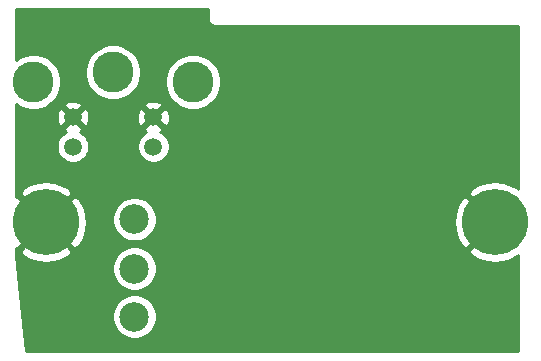
<source format=gbr>
G04 #@! TF.GenerationSoftware,KiCad,Pcbnew,(5.1.4)-1*
G04 #@! TF.CreationDate,2020-06-09T22:55:59+02:00*
G04 #@! TF.ProjectId,S-VHS ZX Spectrum Rev. B,532d5648-5320-45a5-9820-537065637472,rev?*
G04 #@! TF.SameCoordinates,Original*
G04 #@! TF.FileFunction,Copper,L2,Bot*
G04 #@! TF.FilePolarity,Positive*
%FSLAX46Y46*%
G04 Gerber Fmt 4.6, Leading zero omitted, Abs format (unit mm)*
G04 Created by KiCad (PCBNEW (5.1.4)-1) date 2020-06-09 22:55:59*
%MOMM*%
%LPD*%
G04 APERTURE LIST*
%ADD10C,1.500000*%
%ADD11C,3.465000*%
%ADD12C,5.600000*%
%ADD13C,2.499360*%
%ADD14C,0.800000*%
%ADD15C,0.254000*%
G04 APERTURE END LIST*
D10*
X141224000Y-93599000D03*
X148024000Y-93599000D03*
X141224000Y-96099000D03*
X148024000Y-96099000D03*
D11*
X137874000Y-90599000D03*
X144624000Y-89799000D03*
X151374000Y-90599000D03*
D12*
X138938000Y-102489000D03*
X176950000Y-102489000D03*
D13*
X146431000Y-102235000D03*
X146431000Y-106426000D03*
X146431000Y-110490000D03*
D14*
X159004000Y-88548100D03*
X167101200Y-88448900D03*
X166265000Y-93733200D03*
X170895000Y-104920100D03*
D15*
G36*
X152629000Y-85184580D02*
G01*
X152625807Y-85217000D01*
X152638550Y-85346383D01*
X152676290Y-85470793D01*
X152737575Y-85585450D01*
X152820052Y-85685948D01*
X152920550Y-85768425D01*
X153035207Y-85829710D01*
X153159617Y-85867450D01*
X153289000Y-85880193D01*
X153321419Y-85877000D01*
X178918000Y-85877000D01*
X178918001Y-99686069D01*
X178874692Y-99623823D01*
X178278741Y-99303388D01*
X177631727Y-99105374D01*
X176958516Y-99037390D01*
X176284977Y-99102051D01*
X175636994Y-99296870D01*
X175039470Y-99614361D01*
X175025308Y-99623823D01*
X174713124Y-100072519D01*
X176950000Y-102309395D01*
X176964143Y-102295253D01*
X177143748Y-102474858D01*
X177129605Y-102489000D01*
X177143748Y-102503143D01*
X176964143Y-102682748D01*
X176950000Y-102668605D01*
X174713124Y-104905481D01*
X175025308Y-105354177D01*
X175621259Y-105674612D01*
X176268273Y-105872626D01*
X176941484Y-105940610D01*
X177615023Y-105875949D01*
X178263006Y-105681130D01*
X178860530Y-105363639D01*
X178874692Y-105354177D01*
X178918001Y-105291930D01*
X178918001Y-113386000D01*
X137248430Y-113386000D01*
X136935802Y-110304375D01*
X144546320Y-110304375D01*
X144546320Y-110675625D01*
X144618747Y-111039741D01*
X144760818Y-111382731D01*
X144967074Y-111691413D01*
X145229587Y-111953926D01*
X145538269Y-112160182D01*
X145881259Y-112302253D01*
X146245375Y-112374680D01*
X146616625Y-112374680D01*
X146980741Y-112302253D01*
X147323731Y-112160182D01*
X147632413Y-111953926D01*
X147894926Y-111691413D01*
X148101182Y-111382731D01*
X148243253Y-111039741D01*
X148315680Y-110675625D01*
X148315680Y-110304375D01*
X148243253Y-109940259D01*
X148101182Y-109597269D01*
X147894926Y-109288587D01*
X147632413Y-109026074D01*
X147323731Y-108819818D01*
X146980741Y-108677747D01*
X146616625Y-108605320D01*
X146245375Y-108605320D01*
X145881259Y-108677747D01*
X145538269Y-108819818D01*
X145229587Y-109026074D01*
X144967074Y-109288587D01*
X144760818Y-109597269D01*
X144618747Y-109940259D01*
X144546320Y-110304375D01*
X136935802Y-110304375D01*
X136523513Y-106240375D01*
X144546320Y-106240375D01*
X144546320Y-106611625D01*
X144618747Y-106975741D01*
X144760818Y-107318731D01*
X144967074Y-107627413D01*
X145229587Y-107889926D01*
X145538269Y-108096182D01*
X145881259Y-108238253D01*
X146245375Y-108310680D01*
X146616625Y-108310680D01*
X146980741Y-108238253D01*
X147323731Y-108096182D01*
X147632413Y-107889926D01*
X147894926Y-107627413D01*
X148101182Y-107318731D01*
X148243253Y-106975741D01*
X148315680Y-106611625D01*
X148315680Y-106240375D01*
X148243253Y-105876259D01*
X148101182Y-105533269D01*
X147894926Y-105224587D01*
X147632413Y-104962074D01*
X147323731Y-104755818D01*
X146980741Y-104613747D01*
X146616625Y-104541320D01*
X146245375Y-104541320D01*
X145881259Y-104613747D01*
X145538269Y-104755818D01*
X145229587Y-104962074D01*
X144967074Y-105224587D01*
X144760818Y-105533269D01*
X144618747Y-105876259D01*
X144546320Y-106240375D01*
X136523513Y-106240375D01*
X136423000Y-105249613D01*
X136423000Y-104905481D01*
X136701124Y-104905481D01*
X137013308Y-105354177D01*
X137609259Y-105674612D01*
X138256273Y-105872626D01*
X138929484Y-105940610D01*
X139603023Y-105875949D01*
X140251006Y-105681130D01*
X140848530Y-105363639D01*
X140862692Y-105354177D01*
X141174876Y-104905481D01*
X138938000Y-102668605D01*
X136701124Y-104905481D01*
X136423000Y-104905481D01*
X136423000Y-104657331D01*
X136521519Y-104725876D01*
X138758395Y-102489000D01*
X139117605Y-102489000D01*
X141354481Y-104725876D01*
X141803177Y-104413692D01*
X142123612Y-103817741D01*
X142321626Y-103170727D01*
X142389610Y-102497516D01*
X142346588Y-102049375D01*
X144546320Y-102049375D01*
X144546320Y-102420625D01*
X144618747Y-102784741D01*
X144760818Y-103127731D01*
X144967074Y-103436413D01*
X145229587Y-103698926D01*
X145538269Y-103905182D01*
X145881259Y-104047253D01*
X146245375Y-104119680D01*
X146616625Y-104119680D01*
X146980741Y-104047253D01*
X147323731Y-103905182D01*
X147632413Y-103698926D01*
X147894926Y-103436413D01*
X148101182Y-103127731D01*
X148243253Y-102784741D01*
X148303773Y-102480484D01*
X173498390Y-102480484D01*
X173563051Y-103154023D01*
X173757870Y-103802006D01*
X174075361Y-104399530D01*
X174084823Y-104413692D01*
X174533519Y-104725876D01*
X176770395Y-102489000D01*
X174533519Y-100252124D01*
X174084823Y-100564308D01*
X173764388Y-101160259D01*
X173566374Y-101807273D01*
X173498390Y-102480484D01*
X148303773Y-102480484D01*
X148315680Y-102420625D01*
X148315680Y-102049375D01*
X148243253Y-101685259D01*
X148101182Y-101342269D01*
X147894926Y-101033587D01*
X147632413Y-100771074D01*
X147323731Y-100564818D01*
X146980741Y-100422747D01*
X146616625Y-100350320D01*
X146245375Y-100350320D01*
X145881259Y-100422747D01*
X145538269Y-100564818D01*
X145229587Y-100771074D01*
X144967074Y-101033587D01*
X144760818Y-101342269D01*
X144618747Y-101685259D01*
X144546320Y-102049375D01*
X142346588Y-102049375D01*
X142324949Y-101823977D01*
X142130130Y-101175994D01*
X141812639Y-100578470D01*
X141803177Y-100564308D01*
X141354481Y-100252124D01*
X139117605Y-102489000D01*
X138758395Y-102489000D01*
X136521519Y-100252124D01*
X136423000Y-100320669D01*
X136423000Y-100072519D01*
X136701124Y-100072519D01*
X138938000Y-102309395D01*
X141174876Y-100072519D01*
X140862692Y-99623823D01*
X140266741Y-99303388D01*
X139619727Y-99105374D01*
X138946516Y-99037390D01*
X138272977Y-99102051D01*
X137624994Y-99296870D01*
X137027470Y-99614361D01*
X137013308Y-99623823D01*
X136701124Y-100072519D01*
X136423000Y-100072519D01*
X136423000Y-95962589D01*
X139839000Y-95962589D01*
X139839000Y-96235411D01*
X139892225Y-96502989D01*
X139996629Y-96755043D01*
X140148201Y-96981886D01*
X140341114Y-97174799D01*
X140567957Y-97326371D01*
X140820011Y-97430775D01*
X141087589Y-97484000D01*
X141360411Y-97484000D01*
X141627989Y-97430775D01*
X141880043Y-97326371D01*
X142106886Y-97174799D01*
X142299799Y-96981886D01*
X142451371Y-96755043D01*
X142555775Y-96502989D01*
X142609000Y-96235411D01*
X142609000Y-95962589D01*
X146639000Y-95962589D01*
X146639000Y-96235411D01*
X146692225Y-96502989D01*
X146796629Y-96755043D01*
X146948201Y-96981886D01*
X147141114Y-97174799D01*
X147367957Y-97326371D01*
X147620011Y-97430775D01*
X147887589Y-97484000D01*
X148160411Y-97484000D01*
X148427989Y-97430775D01*
X148680043Y-97326371D01*
X148906886Y-97174799D01*
X149099799Y-96981886D01*
X149251371Y-96755043D01*
X149355775Y-96502989D01*
X149409000Y-96235411D01*
X149409000Y-95962589D01*
X149355775Y-95695011D01*
X149251371Y-95442957D01*
X149099799Y-95216114D01*
X148906886Y-95023201D01*
X148680043Y-94871629D01*
X148630574Y-94851139D01*
X148735863Y-94794860D01*
X148801388Y-94555993D01*
X148024000Y-93778605D01*
X147246612Y-94555993D01*
X147312137Y-94794860D01*
X147425201Y-94847918D01*
X147367957Y-94871629D01*
X147141114Y-95023201D01*
X146948201Y-95216114D01*
X146796629Y-95442957D01*
X146692225Y-95695011D01*
X146639000Y-95962589D01*
X142609000Y-95962589D01*
X142555775Y-95695011D01*
X142451371Y-95442957D01*
X142299799Y-95216114D01*
X142106886Y-95023201D01*
X141880043Y-94871629D01*
X141830574Y-94851139D01*
X141935863Y-94794860D01*
X142001388Y-94555993D01*
X141224000Y-93778605D01*
X140446612Y-94555993D01*
X140512137Y-94794860D01*
X140625201Y-94847918D01*
X140567957Y-94871629D01*
X140341114Y-95023201D01*
X140148201Y-95216114D01*
X139996629Y-95442957D01*
X139892225Y-95695011D01*
X139839000Y-95962589D01*
X136423000Y-95962589D01*
X136423000Y-93671492D01*
X139834188Y-93671492D01*
X139875035Y-93941238D01*
X139967723Y-94197832D01*
X140028140Y-94310863D01*
X140267007Y-94376388D01*
X141044395Y-93599000D01*
X141403605Y-93599000D01*
X142180993Y-94376388D01*
X142419860Y-94310863D01*
X142535760Y-94063884D01*
X142601250Y-93799040D01*
X142607129Y-93671492D01*
X146634188Y-93671492D01*
X146675035Y-93941238D01*
X146767723Y-94197832D01*
X146828140Y-94310863D01*
X147067007Y-94376388D01*
X147844395Y-93599000D01*
X148203605Y-93599000D01*
X148980993Y-94376388D01*
X149219860Y-94310863D01*
X149335760Y-94063884D01*
X149401250Y-93799040D01*
X149413812Y-93526508D01*
X149372965Y-93256762D01*
X149280277Y-93000168D01*
X149219860Y-92887137D01*
X148980993Y-92821612D01*
X148203605Y-93599000D01*
X147844395Y-93599000D01*
X147067007Y-92821612D01*
X146828140Y-92887137D01*
X146712240Y-93134116D01*
X146646750Y-93398960D01*
X146634188Y-93671492D01*
X142607129Y-93671492D01*
X142613812Y-93526508D01*
X142572965Y-93256762D01*
X142480277Y-93000168D01*
X142419860Y-92887137D01*
X142180993Y-92821612D01*
X141403605Y-93599000D01*
X141044395Y-93599000D01*
X140267007Y-92821612D01*
X140028140Y-92887137D01*
X139912240Y-93134116D01*
X139846750Y-93398960D01*
X139834188Y-93671492D01*
X136423000Y-93671492D01*
X136423000Y-92476840D01*
X136752568Y-92697051D01*
X137183426Y-92875518D01*
X137640822Y-92966500D01*
X138107178Y-92966500D01*
X138564574Y-92875518D01*
X138995432Y-92697051D01*
X139077811Y-92642007D01*
X140446612Y-92642007D01*
X141224000Y-93419395D01*
X142001388Y-92642007D01*
X147246612Y-92642007D01*
X148024000Y-93419395D01*
X148801388Y-92642007D01*
X148735863Y-92403140D01*
X148488884Y-92287240D01*
X148224040Y-92221750D01*
X147951508Y-92209188D01*
X147681762Y-92250035D01*
X147425168Y-92342723D01*
X147312137Y-92403140D01*
X147246612Y-92642007D01*
X142001388Y-92642007D01*
X141935863Y-92403140D01*
X141688884Y-92287240D01*
X141424040Y-92221750D01*
X141151508Y-92209188D01*
X140881762Y-92250035D01*
X140625168Y-92342723D01*
X140512137Y-92403140D01*
X140446612Y-92642007D01*
X139077811Y-92642007D01*
X139383193Y-92437957D01*
X139712957Y-92108193D01*
X139972051Y-91720432D01*
X140150518Y-91289574D01*
X140241500Y-90832178D01*
X140241500Y-90365822D01*
X140150518Y-89908426D01*
X140008607Y-89565822D01*
X142256500Y-89565822D01*
X142256500Y-90032178D01*
X142347482Y-90489574D01*
X142525949Y-90920432D01*
X142785043Y-91308193D01*
X143114807Y-91637957D01*
X143502568Y-91897051D01*
X143933426Y-92075518D01*
X144390822Y-92166500D01*
X144857178Y-92166500D01*
X145314574Y-92075518D01*
X145745432Y-91897051D01*
X146133193Y-91637957D01*
X146462957Y-91308193D01*
X146722051Y-90920432D01*
X146900518Y-90489574D01*
X146925133Y-90365822D01*
X149006500Y-90365822D01*
X149006500Y-90832178D01*
X149097482Y-91289574D01*
X149275949Y-91720432D01*
X149535043Y-92108193D01*
X149864807Y-92437957D01*
X150252568Y-92697051D01*
X150683426Y-92875518D01*
X151140822Y-92966500D01*
X151607178Y-92966500D01*
X152064574Y-92875518D01*
X152495432Y-92697051D01*
X152883193Y-92437957D01*
X153212957Y-92108193D01*
X153472051Y-91720432D01*
X153650518Y-91289574D01*
X153741500Y-90832178D01*
X153741500Y-90365822D01*
X153650518Y-89908426D01*
X153472051Y-89477568D01*
X153212957Y-89089807D01*
X152883193Y-88760043D01*
X152495432Y-88500949D01*
X152064574Y-88322482D01*
X151607178Y-88231500D01*
X151140822Y-88231500D01*
X150683426Y-88322482D01*
X150252568Y-88500949D01*
X149864807Y-88760043D01*
X149535043Y-89089807D01*
X149275949Y-89477568D01*
X149097482Y-89908426D01*
X149006500Y-90365822D01*
X146925133Y-90365822D01*
X146991500Y-90032178D01*
X146991500Y-89565822D01*
X146900518Y-89108426D01*
X146722051Y-88677568D01*
X146462957Y-88289807D01*
X146133193Y-87960043D01*
X145745432Y-87700949D01*
X145314574Y-87522482D01*
X144857178Y-87431500D01*
X144390822Y-87431500D01*
X143933426Y-87522482D01*
X143502568Y-87700949D01*
X143114807Y-87960043D01*
X142785043Y-88289807D01*
X142525949Y-88677568D01*
X142347482Y-89108426D01*
X142256500Y-89565822D01*
X140008607Y-89565822D01*
X139972051Y-89477568D01*
X139712957Y-89089807D01*
X139383193Y-88760043D01*
X138995432Y-88500949D01*
X138564574Y-88322482D01*
X138107178Y-88231500D01*
X137640822Y-88231500D01*
X137183426Y-88322482D01*
X136752568Y-88500949D01*
X136423000Y-88721160D01*
X136423000Y-84480000D01*
X152629001Y-84480000D01*
X152629000Y-85184580D01*
X152629000Y-85184580D01*
G37*
X152629000Y-85184580D02*
X152625807Y-85217000D01*
X152638550Y-85346383D01*
X152676290Y-85470793D01*
X152737575Y-85585450D01*
X152820052Y-85685948D01*
X152920550Y-85768425D01*
X153035207Y-85829710D01*
X153159617Y-85867450D01*
X153289000Y-85880193D01*
X153321419Y-85877000D01*
X178918000Y-85877000D01*
X178918001Y-99686069D01*
X178874692Y-99623823D01*
X178278741Y-99303388D01*
X177631727Y-99105374D01*
X176958516Y-99037390D01*
X176284977Y-99102051D01*
X175636994Y-99296870D01*
X175039470Y-99614361D01*
X175025308Y-99623823D01*
X174713124Y-100072519D01*
X176950000Y-102309395D01*
X176964143Y-102295253D01*
X177143748Y-102474858D01*
X177129605Y-102489000D01*
X177143748Y-102503143D01*
X176964143Y-102682748D01*
X176950000Y-102668605D01*
X174713124Y-104905481D01*
X175025308Y-105354177D01*
X175621259Y-105674612D01*
X176268273Y-105872626D01*
X176941484Y-105940610D01*
X177615023Y-105875949D01*
X178263006Y-105681130D01*
X178860530Y-105363639D01*
X178874692Y-105354177D01*
X178918001Y-105291930D01*
X178918001Y-113386000D01*
X137248430Y-113386000D01*
X136935802Y-110304375D01*
X144546320Y-110304375D01*
X144546320Y-110675625D01*
X144618747Y-111039741D01*
X144760818Y-111382731D01*
X144967074Y-111691413D01*
X145229587Y-111953926D01*
X145538269Y-112160182D01*
X145881259Y-112302253D01*
X146245375Y-112374680D01*
X146616625Y-112374680D01*
X146980741Y-112302253D01*
X147323731Y-112160182D01*
X147632413Y-111953926D01*
X147894926Y-111691413D01*
X148101182Y-111382731D01*
X148243253Y-111039741D01*
X148315680Y-110675625D01*
X148315680Y-110304375D01*
X148243253Y-109940259D01*
X148101182Y-109597269D01*
X147894926Y-109288587D01*
X147632413Y-109026074D01*
X147323731Y-108819818D01*
X146980741Y-108677747D01*
X146616625Y-108605320D01*
X146245375Y-108605320D01*
X145881259Y-108677747D01*
X145538269Y-108819818D01*
X145229587Y-109026074D01*
X144967074Y-109288587D01*
X144760818Y-109597269D01*
X144618747Y-109940259D01*
X144546320Y-110304375D01*
X136935802Y-110304375D01*
X136523513Y-106240375D01*
X144546320Y-106240375D01*
X144546320Y-106611625D01*
X144618747Y-106975741D01*
X144760818Y-107318731D01*
X144967074Y-107627413D01*
X145229587Y-107889926D01*
X145538269Y-108096182D01*
X145881259Y-108238253D01*
X146245375Y-108310680D01*
X146616625Y-108310680D01*
X146980741Y-108238253D01*
X147323731Y-108096182D01*
X147632413Y-107889926D01*
X147894926Y-107627413D01*
X148101182Y-107318731D01*
X148243253Y-106975741D01*
X148315680Y-106611625D01*
X148315680Y-106240375D01*
X148243253Y-105876259D01*
X148101182Y-105533269D01*
X147894926Y-105224587D01*
X147632413Y-104962074D01*
X147323731Y-104755818D01*
X146980741Y-104613747D01*
X146616625Y-104541320D01*
X146245375Y-104541320D01*
X145881259Y-104613747D01*
X145538269Y-104755818D01*
X145229587Y-104962074D01*
X144967074Y-105224587D01*
X144760818Y-105533269D01*
X144618747Y-105876259D01*
X144546320Y-106240375D01*
X136523513Y-106240375D01*
X136423000Y-105249613D01*
X136423000Y-104905481D01*
X136701124Y-104905481D01*
X137013308Y-105354177D01*
X137609259Y-105674612D01*
X138256273Y-105872626D01*
X138929484Y-105940610D01*
X139603023Y-105875949D01*
X140251006Y-105681130D01*
X140848530Y-105363639D01*
X140862692Y-105354177D01*
X141174876Y-104905481D01*
X138938000Y-102668605D01*
X136701124Y-104905481D01*
X136423000Y-104905481D01*
X136423000Y-104657331D01*
X136521519Y-104725876D01*
X138758395Y-102489000D01*
X139117605Y-102489000D01*
X141354481Y-104725876D01*
X141803177Y-104413692D01*
X142123612Y-103817741D01*
X142321626Y-103170727D01*
X142389610Y-102497516D01*
X142346588Y-102049375D01*
X144546320Y-102049375D01*
X144546320Y-102420625D01*
X144618747Y-102784741D01*
X144760818Y-103127731D01*
X144967074Y-103436413D01*
X145229587Y-103698926D01*
X145538269Y-103905182D01*
X145881259Y-104047253D01*
X146245375Y-104119680D01*
X146616625Y-104119680D01*
X146980741Y-104047253D01*
X147323731Y-103905182D01*
X147632413Y-103698926D01*
X147894926Y-103436413D01*
X148101182Y-103127731D01*
X148243253Y-102784741D01*
X148303773Y-102480484D01*
X173498390Y-102480484D01*
X173563051Y-103154023D01*
X173757870Y-103802006D01*
X174075361Y-104399530D01*
X174084823Y-104413692D01*
X174533519Y-104725876D01*
X176770395Y-102489000D01*
X174533519Y-100252124D01*
X174084823Y-100564308D01*
X173764388Y-101160259D01*
X173566374Y-101807273D01*
X173498390Y-102480484D01*
X148303773Y-102480484D01*
X148315680Y-102420625D01*
X148315680Y-102049375D01*
X148243253Y-101685259D01*
X148101182Y-101342269D01*
X147894926Y-101033587D01*
X147632413Y-100771074D01*
X147323731Y-100564818D01*
X146980741Y-100422747D01*
X146616625Y-100350320D01*
X146245375Y-100350320D01*
X145881259Y-100422747D01*
X145538269Y-100564818D01*
X145229587Y-100771074D01*
X144967074Y-101033587D01*
X144760818Y-101342269D01*
X144618747Y-101685259D01*
X144546320Y-102049375D01*
X142346588Y-102049375D01*
X142324949Y-101823977D01*
X142130130Y-101175994D01*
X141812639Y-100578470D01*
X141803177Y-100564308D01*
X141354481Y-100252124D01*
X139117605Y-102489000D01*
X138758395Y-102489000D01*
X136521519Y-100252124D01*
X136423000Y-100320669D01*
X136423000Y-100072519D01*
X136701124Y-100072519D01*
X138938000Y-102309395D01*
X141174876Y-100072519D01*
X140862692Y-99623823D01*
X140266741Y-99303388D01*
X139619727Y-99105374D01*
X138946516Y-99037390D01*
X138272977Y-99102051D01*
X137624994Y-99296870D01*
X137027470Y-99614361D01*
X137013308Y-99623823D01*
X136701124Y-100072519D01*
X136423000Y-100072519D01*
X136423000Y-95962589D01*
X139839000Y-95962589D01*
X139839000Y-96235411D01*
X139892225Y-96502989D01*
X139996629Y-96755043D01*
X140148201Y-96981886D01*
X140341114Y-97174799D01*
X140567957Y-97326371D01*
X140820011Y-97430775D01*
X141087589Y-97484000D01*
X141360411Y-97484000D01*
X141627989Y-97430775D01*
X141880043Y-97326371D01*
X142106886Y-97174799D01*
X142299799Y-96981886D01*
X142451371Y-96755043D01*
X142555775Y-96502989D01*
X142609000Y-96235411D01*
X142609000Y-95962589D01*
X146639000Y-95962589D01*
X146639000Y-96235411D01*
X146692225Y-96502989D01*
X146796629Y-96755043D01*
X146948201Y-96981886D01*
X147141114Y-97174799D01*
X147367957Y-97326371D01*
X147620011Y-97430775D01*
X147887589Y-97484000D01*
X148160411Y-97484000D01*
X148427989Y-97430775D01*
X148680043Y-97326371D01*
X148906886Y-97174799D01*
X149099799Y-96981886D01*
X149251371Y-96755043D01*
X149355775Y-96502989D01*
X149409000Y-96235411D01*
X149409000Y-95962589D01*
X149355775Y-95695011D01*
X149251371Y-95442957D01*
X149099799Y-95216114D01*
X148906886Y-95023201D01*
X148680043Y-94871629D01*
X148630574Y-94851139D01*
X148735863Y-94794860D01*
X148801388Y-94555993D01*
X148024000Y-93778605D01*
X147246612Y-94555993D01*
X147312137Y-94794860D01*
X147425201Y-94847918D01*
X147367957Y-94871629D01*
X147141114Y-95023201D01*
X146948201Y-95216114D01*
X146796629Y-95442957D01*
X146692225Y-95695011D01*
X146639000Y-95962589D01*
X142609000Y-95962589D01*
X142555775Y-95695011D01*
X142451371Y-95442957D01*
X142299799Y-95216114D01*
X142106886Y-95023201D01*
X141880043Y-94871629D01*
X141830574Y-94851139D01*
X141935863Y-94794860D01*
X142001388Y-94555993D01*
X141224000Y-93778605D01*
X140446612Y-94555993D01*
X140512137Y-94794860D01*
X140625201Y-94847918D01*
X140567957Y-94871629D01*
X140341114Y-95023201D01*
X140148201Y-95216114D01*
X139996629Y-95442957D01*
X139892225Y-95695011D01*
X139839000Y-95962589D01*
X136423000Y-95962589D01*
X136423000Y-93671492D01*
X139834188Y-93671492D01*
X139875035Y-93941238D01*
X139967723Y-94197832D01*
X140028140Y-94310863D01*
X140267007Y-94376388D01*
X141044395Y-93599000D01*
X141403605Y-93599000D01*
X142180993Y-94376388D01*
X142419860Y-94310863D01*
X142535760Y-94063884D01*
X142601250Y-93799040D01*
X142607129Y-93671492D01*
X146634188Y-93671492D01*
X146675035Y-93941238D01*
X146767723Y-94197832D01*
X146828140Y-94310863D01*
X147067007Y-94376388D01*
X147844395Y-93599000D01*
X148203605Y-93599000D01*
X148980993Y-94376388D01*
X149219860Y-94310863D01*
X149335760Y-94063884D01*
X149401250Y-93799040D01*
X149413812Y-93526508D01*
X149372965Y-93256762D01*
X149280277Y-93000168D01*
X149219860Y-92887137D01*
X148980993Y-92821612D01*
X148203605Y-93599000D01*
X147844395Y-93599000D01*
X147067007Y-92821612D01*
X146828140Y-92887137D01*
X146712240Y-93134116D01*
X146646750Y-93398960D01*
X146634188Y-93671492D01*
X142607129Y-93671492D01*
X142613812Y-93526508D01*
X142572965Y-93256762D01*
X142480277Y-93000168D01*
X142419860Y-92887137D01*
X142180993Y-92821612D01*
X141403605Y-93599000D01*
X141044395Y-93599000D01*
X140267007Y-92821612D01*
X140028140Y-92887137D01*
X139912240Y-93134116D01*
X139846750Y-93398960D01*
X139834188Y-93671492D01*
X136423000Y-93671492D01*
X136423000Y-92476840D01*
X136752568Y-92697051D01*
X137183426Y-92875518D01*
X137640822Y-92966500D01*
X138107178Y-92966500D01*
X138564574Y-92875518D01*
X138995432Y-92697051D01*
X139077811Y-92642007D01*
X140446612Y-92642007D01*
X141224000Y-93419395D01*
X142001388Y-92642007D01*
X147246612Y-92642007D01*
X148024000Y-93419395D01*
X148801388Y-92642007D01*
X148735863Y-92403140D01*
X148488884Y-92287240D01*
X148224040Y-92221750D01*
X147951508Y-92209188D01*
X147681762Y-92250035D01*
X147425168Y-92342723D01*
X147312137Y-92403140D01*
X147246612Y-92642007D01*
X142001388Y-92642007D01*
X141935863Y-92403140D01*
X141688884Y-92287240D01*
X141424040Y-92221750D01*
X141151508Y-92209188D01*
X140881762Y-92250035D01*
X140625168Y-92342723D01*
X140512137Y-92403140D01*
X140446612Y-92642007D01*
X139077811Y-92642007D01*
X139383193Y-92437957D01*
X139712957Y-92108193D01*
X139972051Y-91720432D01*
X140150518Y-91289574D01*
X140241500Y-90832178D01*
X140241500Y-90365822D01*
X140150518Y-89908426D01*
X140008607Y-89565822D01*
X142256500Y-89565822D01*
X142256500Y-90032178D01*
X142347482Y-90489574D01*
X142525949Y-90920432D01*
X142785043Y-91308193D01*
X143114807Y-91637957D01*
X143502568Y-91897051D01*
X143933426Y-92075518D01*
X144390822Y-92166500D01*
X144857178Y-92166500D01*
X145314574Y-92075518D01*
X145745432Y-91897051D01*
X146133193Y-91637957D01*
X146462957Y-91308193D01*
X146722051Y-90920432D01*
X146900518Y-90489574D01*
X146925133Y-90365822D01*
X149006500Y-90365822D01*
X149006500Y-90832178D01*
X149097482Y-91289574D01*
X149275949Y-91720432D01*
X149535043Y-92108193D01*
X149864807Y-92437957D01*
X150252568Y-92697051D01*
X150683426Y-92875518D01*
X151140822Y-92966500D01*
X151607178Y-92966500D01*
X152064574Y-92875518D01*
X152495432Y-92697051D01*
X152883193Y-92437957D01*
X153212957Y-92108193D01*
X153472051Y-91720432D01*
X153650518Y-91289574D01*
X153741500Y-90832178D01*
X153741500Y-90365822D01*
X153650518Y-89908426D01*
X153472051Y-89477568D01*
X153212957Y-89089807D01*
X152883193Y-88760043D01*
X152495432Y-88500949D01*
X152064574Y-88322482D01*
X151607178Y-88231500D01*
X151140822Y-88231500D01*
X150683426Y-88322482D01*
X150252568Y-88500949D01*
X149864807Y-88760043D01*
X149535043Y-89089807D01*
X149275949Y-89477568D01*
X149097482Y-89908426D01*
X149006500Y-90365822D01*
X146925133Y-90365822D01*
X146991500Y-90032178D01*
X146991500Y-89565822D01*
X146900518Y-89108426D01*
X146722051Y-88677568D01*
X146462957Y-88289807D01*
X146133193Y-87960043D01*
X145745432Y-87700949D01*
X145314574Y-87522482D01*
X144857178Y-87431500D01*
X144390822Y-87431500D01*
X143933426Y-87522482D01*
X143502568Y-87700949D01*
X143114807Y-87960043D01*
X142785043Y-88289807D01*
X142525949Y-88677568D01*
X142347482Y-89108426D01*
X142256500Y-89565822D01*
X140008607Y-89565822D01*
X139972051Y-89477568D01*
X139712957Y-89089807D01*
X139383193Y-88760043D01*
X138995432Y-88500949D01*
X138564574Y-88322482D01*
X138107178Y-88231500D01*
X137640822Y-88231500D01*
X137183426Y-88322482D01*
X136752568Y-88500949D01*
X136423000Y-88721160D01*
X136423000Y-84480000D01*
X152629001Y-84480000D01*
X152629000Y-85184580D01*
M02*

</source>
